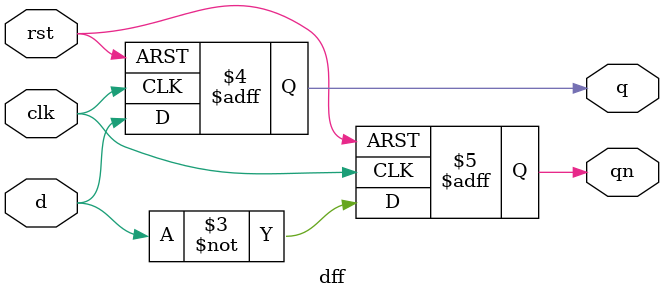
<source format=v>

module dff(input d, input clk, input rst, output reg q, output reg qn);
  
  always @ ( posedge clk or posedge rst ) begin
    if(rst == 1) begin
      q <= 0;
      qn <= 1;
    end else begin
      q <= d;
      qn <= ~d;
    end
  end

endmodule


</source>
